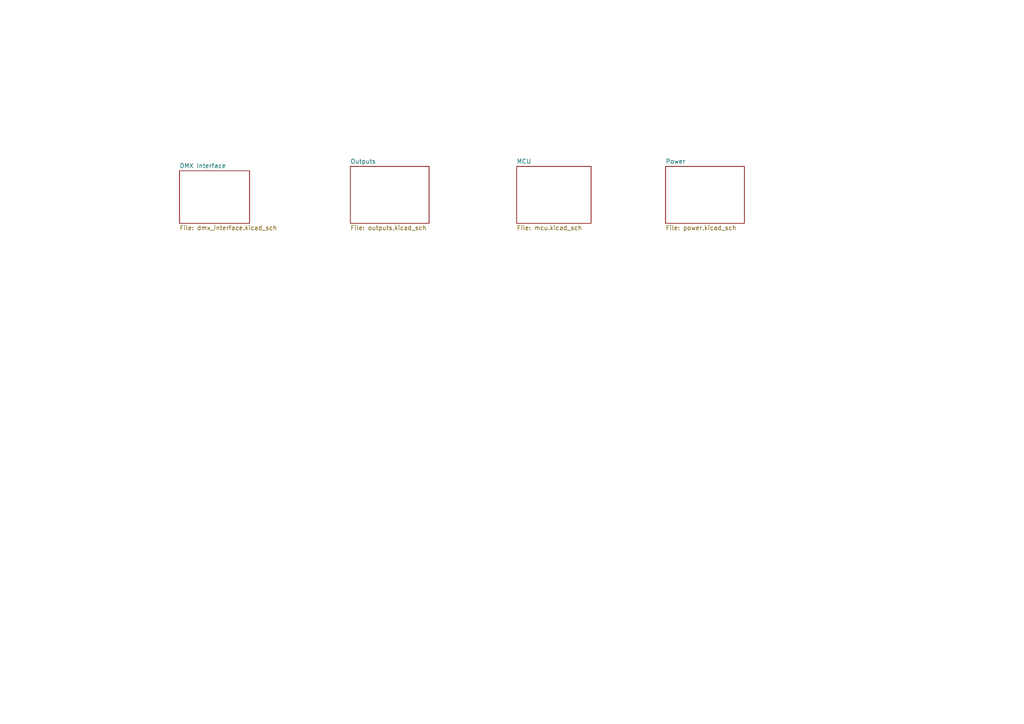
<source format=kicad_sch>
(kicad_sch
	(version 20250114)
	(generator "eeschema")
	(generator_version "9.0")
	(uuid "bd7590c0-6a37-4bf0-a9f2-f26180744ceb")
	(paper "A4")
	(lib_symbols)
	(sheet
		(at 101.6 48.26)
		(size 22.86 16.51)
		(exclude_from_sim no)
		(in_bom yes)
		(on_board yes)
		(dnp no)
		(fields_autoplaced yes)
		(stroke
			(width 0.1524)
			(type solid)
		)
		(fill
			(color 0 0 0 0.0000)
		)
		(uuid "337463c9-19f6-40f5-8e97-b16881129868")
		(property "Sheetname" "Outputs"
			(at 101.6 47.5484 0)
			(effects
				(font
					(size 1.27 1.27)
				)
				(justify left bottom)
			)
		)
		(property "Sheetfile" "outputs.kicad_sch"
			(at 101.6 65.3546 0)
			(effects
				(font
					(size 1.27 1.27)
				)
				(justify left top)
			)
		)
		(instances
			(project "dmxdude"
				(path "/bd7590c0-6a37-4bf0-a9f2-f26180744ceb"
					(page "3")
				)
			)
		)
	)
	(sheet
		(at 193.04 48.26)
		(size 22.86 16.51)
		(exclude_from_sim no)
		(in_bom yes)
		(on_board yes)
		(dnp no)
		(fields_autoplaced yes)
		(stroke
			(width 0.1524)
			(type solid)
		)
		(fill
			(color 0 0 0 0.0000)
		)
		(uuid "497bfd7a-c06a-4d4d-a320-8405be197f02")
		(property "Sheetname" "Power"
			(at 193.04 47.5484 0)
			(effects
				(font
					(size 1.27 1.27)
				)
				(justify left bottom)
			)
		)
		(property "Sheetfile" "power.kicad_sch"
			(at 193.04 65.3546 0)
			(effects
				(font
					(size 1.27 1.27)
				)
				(justify left top)
			)
		)
		(instances
			(project "dmxdude"
				(path "/bd7590c0-6a37-4bf0-a9f2-f26180744ceb"
					(page "5")
				)
			)
		)
	)
	(sheet
		(at 149.86 48.26)
		(size 21.59 16.51)
		(exclude_from_sim no)
		(in_bom yes)
		(on_board yes)
		(dnp no)
		(fields_autoplaced yes)
		(stroke
			(width 0.1524)
			(type solid)
		)
		(fill
			(color 0 0 0 0.0000)
		)
		(uuid "57a6da49-ac9c-48a2-9772-b91851c32cdb")
		(property "Sheetname" "MCU"
			(at 149.86 47.5484 0)
			(effects
				(font
					(size 1.27 1.27)
				)
				(justify left bottom)
			)
		)
		(property "Sheetfile" "mcu.kicad_sch"
			(at 149.86 65.3546 0)
			(effects
				(font
					(size 1.27 1.27)
				)
				(justify left top)
			)
		)
		(instances
			(project "dmxdude"
				(path "/bd7590c0-6a37-4bf0-a9f2-f26180744ceb"
					(page "4")
				)
			)
		)
	)
	(sheet
		(at 52.07 49.53)
		(size 20.32 15.24)
		(exclude_from_sim no)
		(in_bom yes)
		(on_board yes)
		(dnp no)
		(fields_autoplaced yes)
		(stroke
			(width 0.1524)
			(type solid)
		)
		(fill
			(color 0 0 0 0.0000)
		)
		(uuid "b97b4747-94eb-4c44-b864-2ea799fdae76")
		(property "Sheetname" "DMX Interface"
			(at 52.07 48.8184 0)
			(effects
				(font
					(size 1.27 1.27)
				)
				(justify left bottom)
			)
		)
		(property "Sheetfile" "dmx_interface.kicad_sch"
			(at 52.07 65.3546 0)
			(effects
				(font
					(size 1.27 1.27)
				)
				(justify left top)
			)
		)
		(instances
			(project "dmxdude"
				(path "/bd7590c0-6a37-4bf0-a9f2-f26180744ceb"
					(page "2")
				)
			)
		)
	)
	(sheet_instances
		(path "/"
			(page "1")
		)
	)
	(embedded_fonts no)
)

</source>
